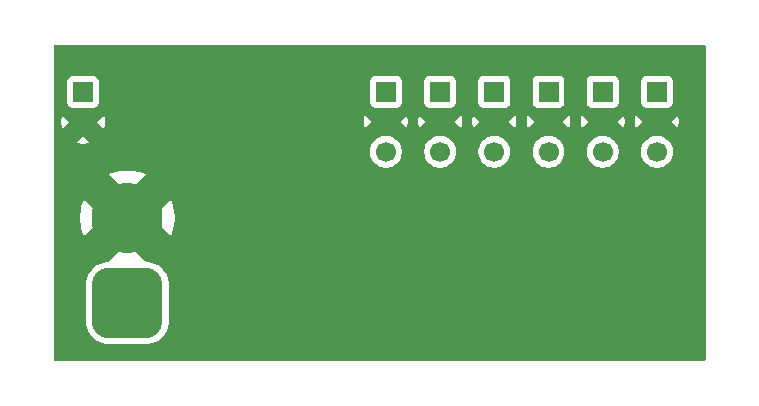
<source format=gbr>
%TF.GenerationSoftware,KiCad,Pcbnew,9.0.1*%
%TF.CreationDate,2025-04-11T16:24:36+02:00*%
%TF.ProjectId,Alimentation_DC_DC,416c696d-656e-4746-9174-696f6e5f4443,rev?*%
%TF.SameCoordinates,Original*%
%TF.FileFunction,Copper,L2,Bot*%
%TF.FilePolarity,Positive*%
%FSLAX46Y46*%
G04 Gerber Fmt 4.6, Leading zero omitted, Abs format (unit mm)*
G04 Created by KiCad (PCBNEW 9.0.1) date 2025-04-11 16:24:36*
%MOMM*%
%LPD*%
G01*
G04 APERTURE LIST*
G04 Aperture macros list*
%AMRoundRect*
0 Rectangle with rounded corners*
0 $1 Rounding radius*
0 $2 $3 $4 $5 $6 $7 $8 $9 X,Y pos of 4 corners*
0 Add a 4 corners polygon primitive as box body*
4,1,4,$2,$3,$4,$5,$6,$7,$8,$9,$2,$3,0*
0 Add four circle primitives for the rounded corners*
1,1,$1+$1,$2,$3*
1,1,$1+$1,$4,$5*
1,1,$1+$1,$6,$7*
1,1,$1+$1,$8,$9*
0 Add four rect primitives between the rounded corners*
20,1,$1+$1,$2,$3,$4,$5,0*
20,1,$1+$1,$4,$5,$6,$7,0*
20,1,$1+$1,$6,$7,$8,$9,0*
20,1,$1+$1,$8,$9,$2,$3,0*%
G04 Aperture macros list end*
%TA.AperFunction,ComponentPad*%
%ADD10R,1.700000X1.700000*%
%TD*%
%TA.AperFunction,ComponentPad*%
%ADD11C,1.700000*%
%TD*%
%TA.AperFunction,ComponentPad*%
%ADD12RoundRect,1.500000X1.500000X-1.500000X1.500000X1.500000X-1.500000X1.500000X-1.500000X-1.500000X0*%
%TD*%
%TA.AperFunction,ComponentPad*%
%ADD13C,6.000000*%
%TD*%
G04 APERTURE END LIST*
D10*
%TO.P,J8,1,Pin_1*%
%TO.N,Net-(J1-Pin_1)*%
X133750000Y-66975000D03*
D11*
%TO.P,J8,2,Pin_2*%
%TO.N,GND*%
X133750000Y-69515000D03*
%TD*%
D10*
%TO.P,J7,1,Pin_1*%
%TO.N,Net-(J2-Pin_1)*%
X182340000Y-66960000D03*
D11*
%TO.P,J7,2,Pin_2*%
%TO.N,GND*%
X182340000Y-69500000D03*
%TO.P,J7,3,Pin_3*%
%TO.N,Net-(J2-Pin_1)*%
X182340000Y-72040000D03*
%TD*%
D10*
%TO.P,J6,1,Pin_1*%
%TO.N,Net-(J2-Pin_1)*%
X177750000Y-66960000D03*
D11*
%TO.P,J6,2,Pin_2*%
%TO.N,GND*%
X177750000Y-69500000D03*
%TO.P,J6,3,Pin_3*%
%TO.N,Net-(J2-Pin_1)*%
X177750000Y-72040000D03*
%TD*%
D10*
%TO.P,J5,1,Pin_1*%
%TO.N,Net-(J2-Pin_1)*%
X173160000Y-66960000D03*
D11*
%TO.P,J5,2,Pin_2*%
%TO.N,GND*%
X173160000Y-69500000D03*
%TO.P,J5,3,Pin_3*%
%TO.N,Net-(J2-Pin_1)*%
X173160000Y-72040000D03*
%TD*%
D10*
%TO.P,J4,1,Pin_1*%
%TO.N,Net-(J2-Pin_1)*%
X168570000Y-66960000D03*
D11*
%TO.P,J4,2,Pin_2*%
%TO.N,GND*%
X168570000Y-69500000D03*
%TO.P,J4,3,Pin_3*%
%TO.N,Net-(J2-Pin_1)*%
X168570000Y-72040000D03*
%TD*%
D10*
%TO.P,J3,1,Pin_1*%
%TO.N,Net-(J2-Pin_1)*%
X163980000Y-66960000D03*
D11*
%TO.P,J3,2,Pin_2*%
%TO.N,GND*%
X163980000Y-69500000D03*
%TO.P,J3,3,Pin_3*%
%TO.N,Net-(J2-Pin_1)*%
X163980000Y-72040000D03*
%TD*%
D10*
%TO.P,J2,1,Pin_1*%
%TO.N,Net-(J2-Pin_1)*%
X159390000Y-66960000D03*
D11*
%TO.P,J2,2,Pin_2*%
%TO.N,GND*%
X159390000Y-69500000D03*
%TO.P,J2,3,Pin_3*%
%TO.N,Net-(J2-Pin_1)*%
X159390000Y-72040000D03*
%TD*%
D12*
%TO.P,J1,1,Pin_1*%
%TO.N,Net-(J1-Pin_1)*%
X137500000Y-84850000D03*
D13*
%TO.P,J1,2,Pin_2*%
%TO.N,GND*%
X137500000Y-77650000D03*
%TD*%
%TA.AperFunction,Conductor*%
%TO.N,GND*%
G36*
X186386843Y-63020207D02*
G01*
X186456084Y-63075426D01*
X186494511Y-63155218D01*
X186499500Y-63199500D01*
X186499500Y-89550500D01*
X186479793Y-89636843D01*
X186424574Y-89706084D01*
X186344782Y-89744511D01*
X186300500Y-89749500D01*
X131449500Y-89749500D01*
X131363157Y-89729793D01*
X131293916Y-89674574D01*
X131255489Y-89594782D01*
X131250500Y-89550500D01*
X131250500Y-77453486D01*
X133500000Y-77453486D01*
X133500000Y-77846513D01*
X133538522Y-78237631D01*
X133615194Y-78623083D01*
X133615198Y-78623099D01*
X133729282Y-78999185D01*
X133729287Y-78999198D01*
X133817212Y-79211467D01*
X135250000Y-77778679D01*
X135250000Y-77797473D01*
X135288498Y-78089895D01*
X135364835Y-78374791D01*
X135477706Y-78647285D01*
X135625179Y-78902715D01*
X135804731Y-79136711D01*
X136013289Y-79345269D01*
X136247285Y-79524821D01*
X136502715Y-79672294D01*
X136775209Y-79785165D01*
X137060105Y-79861502D01*
X137352527Y-79900000D01*
X137371320Y-79900000D01*
X135973783Y-81297534D01*
X135898794Y-81344653D01*
X135847266Y-81355313D01*
X135714572Y-81364803D01*
X135434951Y-81425631D01*
X135166838Y-81525633D01*
X134915688Y-81662771D01*
X134686596Y-81834268D01*
X134484268Y-82036596D01*
X134312771Y-82265688D01*
X134175633Y-82516838D01*
X134075631Y-82784951D01*
X134014803Y-83064572D01*
X133999500Y-83278551D01*
X133999500Y-86421448D01*
X134014803Y-86635427D01*
X134075631Y-86915048D01*
X134175633Y-87183161D01*
X134312771Y-87434311D01*
X134312774Y-87434315D01*
X134484261Y-87663395D01*
X134484265Y-87663399D01*
X134484268Y-87663403D01*
X134686596Y-87865731D01*
X134686599Y-87865733D01*
X134686605Y-87865739D01*
X134915685Y-88037226D01*
X134915688Y-88037228D01*
X135027088Y-88098057D01*
X135166839Y-88174367D01*
X135434954Y-88274369D01*
X135714572Y-88335196D01*
X135928552Y-88350500D01*
X135928564Y-88350500D01*
X139071436Y-88350500D01*
X139071448Y-88350500D01*
X139285428Y-88335196D01*
X139565046Y-88274369D01*
X139833161Y-88174367D01*
X140084315Y-88037226D01*
X140313395Y-87865739D01*
X140515739Y-87663395D01*
X140687226Y-87434315D01*
X140824367Y-87183161D01*
X140924369Y-86915046D01*
X140985196Y-86635428D01*
X141000500Y-86421448D01*
X141000500Y-83278552D01*
X140985196Y-83064572D01*
X140924369Y-82784954D01*
X140824367Y-82516839D01*
X140687226Y-82265685D01*
X140515739Y-82036605D01*
X140515733Y-82036599D01*
X140515731Y-82036596D01*
X140313403Y-81834268D01*
X140313399Y-81834265D01*
X140313395Y-81834261D01*
X140084315Y-81662774D01*
X140084311Y-81662771D01*
X139833161Y-81525633D01*
X139565048Y-81425631D01*
X139285427Y-81364803D01*
X139152731Y-81355313D01*
X139068014Y-81329496D01*
X139026214Y-81297534D01*
X137628681Y-79900000D01*
X137647473Y-79900000D01*
X137939895Y-79861502D01*
X138224791Y-79785165D01*
X138497285Y-79672294D01*
X138752715Y-79524821D01*
X138986711Y-79345269D01*
X139195269Y-79136711D01*
X139374821Y-78902715D01*
X139522294Y-78647285D01*
X139635165Y-78374791D01*
X139711502Y-78089895D01*
X139750000Y-77797473D01*
X139750000Y-77778680D01*
X141182786Y-79211466D01*
X141270720Y-78999178D01*
X141270723Y-78999169D01*
X141384800Y-78623105D01*
X141384805Y-78623083D01*
X141461477Y-78237631D01*
X141499999Y-77846513D01*
X141500000Y-77846505D01*
X141500000Y-77453494D01*
X141499999Y-77453486D01*
X141461477Y-77062368D01*
X141384805Y-76676916D01*
X141384801Y-76676900D01*
X141270718Y-76300816D01*
X141182787Y-76088531D01*
X139750000Y-77521318D01*
X139750000Y-77502527D01*
X139711502Y-77210105D01*
X139635165Y-76925209D01*
X139522294Y-76652715D01*
X139374821Y-76397285D01*
X139195269Y-76163289D01*
X138986711Y-75954731D01*
X138752715Y-75775179D01*
X138497285Y-75627706D01*
X138224791Y-75514835D01*
X137939895Y-75438498D01*
X137647473Y-75400000D01*
X137628681Y-75400000D01*
X139061467Y-73967212D01*
X139061467Y-73967211D01*
X138849198Y-73879287D01*
X138849185Y-73879282D01*
X138473099Y-73765198D01*
X138473083Y-73765194D01*
X138087631Y-73688522D01*
X137696513Y-73650000D01*
X137303486Y-73650000D01*
X136912368Y-73688522D01*
X136526916Y-73765194D01*
X136526900Y-73765198D01*
X136150811Y-73879283D01*
X135938531Y-73967212D01*
X137371320Y-75400000D01*
X137352527Y-75400000D01*
X137060105Y-75438498D01*
X136775209Y-75514835D01*
X136502715Y-75627706D01*
X136247285Y-75775179D01*
X136013289Y-75954731D01*
X135804731Y-76163289D01*
X135625179Y-76397285D01*
X135477706Y-76652715D01*
X135364835Y-76925209D01*
X135288498Y-77210105D01*
X135250000Y-77502527D01*
X135250000Y-77521319D01*
X133817212Y-76088531D01*
X133729283Y-76300811D01*
X133615198Y-76676900D01*
X133615194Y-76676916D01*
X133538522Y-77062368D01*
X133500000Y-77453486D01*
X131250500Y-77453486D01*
X131250500Y-71933713D01*
X158039500Y-71933713D01*
X158039500Y-72146286D01*
X158072752Y-72356234D01*
X158072756Y-72356251D01*
X158138441Y-72558407D01*
X158138445Y-72558418D01*
X158231590Y-72741223D01*
X158234949Y-72747816D01*
X158300523Y-72838071D01*
X158359893Y-72919789D01*
X158510210Y-73070106D01*
X158564688Y-73109685D01*
X158682184Y-73195051D01*
X158773589Y-73241624D01*
X158871581Y-73291554D01*
X158871584Y-73291555D01*
X158871588Y-73291557D01*
X159073757Y-73357246D01*
X159283713Y-73390500D01*
X159496287Y-73390500D01*
X159706243Y-73357246D01*
X159908412Y-73291557D01*
X160097816Y-73195051D01*
X160269792Y-73070104D01*
X160420104Y-72919792D01*
X160545051Y-72747816D01*
X160641557Y-72558412D01*
X160707246Y-72356243D01*
X160740500Y-72146287D01*
X160740500Y-71933713D01*
X162629500Y-71933713D01*
X162629500Y-72146286D01*
X162662752Y-72356234D01*
X162662756Y-72356251D01*
X162728441Y-72558407D01*
X162728445Y-72558418D01*
X162821590Y-72741223D01*
X162824949Y-72747816D01*
X162890523Y-72838071D01*
X162949893Y-72919789D01*
X163100210Y-73070106D01*
X163154688Y-73109685D01*
X163272184Y-73195051D01*
X163363589Y-73241624D01*
X163461581Y-73291554D01*
X163461584Y-73291555D01*
X163461588Y-73291557D01*
X163663757Y-73357246D01*
X163873713Y-73390500D01*
X164086287Y-73390500D01*
X164296243Y-73357246D01*
X164498412Y-73291557D01*
X164687816Y-73195051D01*
X164859792Y-73070104D01*
X165010104Y-72919792D01*
X165135051Y-72747816D01*
X165231557Y-72558412D01*
X165297246Y-72356243D01*
X165330500Y-72146287D01*
X165330500Y-71933713D01*
X167219500Y-71933713D01*
X167219500Y-72146286D01*
X167252752Y-72356234D01*
X167252756Y-72356251D01*
X167318441Y-72558407D01*
X167318445Y-72558418D01*
X167411590Y-72741223D01*
X167414949Y-72747816D01*
X167480523Y-72838071D01*
X167539893Y-72919789D01*
X167690210Y-73070106D01*
X167744688Y-73109685D01*
X167862184Y-73195051D01*
X167953589Y-73241624D01*
X168051581Y-73291554D01*
X168051584Y-73291555D01*
X168051588Y-73291557D01*
X168253757Y-73357246D01*
X168463713Y-73390500D01*
X168676287Y-73390500D01*
X168886243Y-73357246D01*
X169088412Y-73291557D01*
X169277816Y-73195051D01*
X169449792Y-73070104D01*
X169600104Y-72919792D01*
X169725051Y-72747816D01*
X169821557Y-72558412D01*
X169887246Y-72356243D01*
X169920500Y-72146287D01*
X169920500Y-71933713D01*
X171809500Y-71933713D01*
X171809500Y-72146286D01*
X171842752Y-72356234D01*
X171842756Y-72356251D01*
X171908441Y-72558407D01*
X171908445Y-72558418D01*
X172001590Y-72741223D01*
X172004949Y-72747816D01*
X172070523Y-72838071D01*
X172129893Y-72919789D01*
X172280210Y-73070106D01*
X172334688Y-73109685D01*
X172452184Y-73195051D01*
X172543589Y-73241624D01*
X172641581Y-73291554D01*
X172641584Y-73291555D01*
X172641588Y-73291557D01*
X172843757Y-73357246D01*
X173053713Y-73390500D01*
X173266287Y-73390500D01*
X173476243Y-73357246D01*
X173678412Y-73291557D01*
X173867816Y-73195051D01*
X174039792Y-73070104D01*
X174190104Y-72919792D01*
X174315051Y-72747816D01*
X174411557Y-72558412D01*
X174477246Y-72356243D01*
X174510500Y-72146287D01*
X174510500Y-71933713D01*
X176399500Y-71933713D01*
X176399500Y-72146286D01*
X176432752Y-72356234D01*
X176432756Y-72356251D01*
X176498441Y-72558407D01*
X176498445Y-72558418D01*
X176591590Y-72741223D01*
X176594949Y-72747816D01*
X176660523Y-72838071D01*
X176719893Y-72919789D01*
X176870210Y-73070106D01*
X176924688Y-73109685D01*
X177042184Y-73195051D01*
X177133589Y-73241624D01*
X177231581Y-73291554D01*
X177231584Y-73291555D01*
X177231588Y-73291557D01*
X177433757Y-73357246D01*
X177643713Y-73390500D01*
X177856287Y-73390500D01*
X178066243Y-73357246D01*
X178268412Y-73291557D01*
X178457816Y-73195051D01*
X178629792Y-73070104D01*
X178780104Y-72919792D01*
X178905051Y-72747816D01*
X179001557Y-72558412D01*
X179067246Y-72356243D01*
X179100500Y-72146287D01*
X179100500Y-71933713D01*
X180989500Y-71933713D01*
X180989500Y-72146286D01*
X181022752Y-72356234D01*
X181022756Y-72356251D01*
X181088441Y-72558407D01*
X181088445Y-72558418D01*
X181181590Y-72741223D01*
X181184949Y-72747816D01*
X181250523Y-72838071D01*
X181309893Y-72919789D01*
X181460210Y-73070106D01*
X181514688Y-73109685D01*
X181632184Y-73195051D01*
X181723589Y-73241624D01*
X181821581Y-73291554D01*
X181821584Y-73291555D01*
X181821588Y-73291557D01*
X182023757Y-73357246D01*
X182233713Y-73390500D01*
X182446287Y-73390500D01*
X182656243Y-73357246D01*
X182858412Y-73291557D01*
X183047816Y-73195051D01*
X183219792Y-73070104D01*
X183370104Y-72919792D01*
X183495051Y-72747816D01*
X183591557Y-72558412D01*
X183657246Y-72356243D01*
X183690500Y-72146287D01*
X183690500Y-71933713D01*
X183657246Y-71723757D01*
X183591557Y-71521588D01*
X183591555Y-71521584D01*
X183591554Y-71521581D01*
X183541624Y-71423589D01*
X183495051Y-71332184D01*
X183409685Y-71214688D01*
X183370106Y-71160210D01*
X183219789Y-71009893D01*
X183138071Y-70950523D01*
X183047816Y-70884949D01*
X183041223Y-70881590D01*
X182858418Y-70788445D01*
X182858407Y-70788441D01*
X182656251Y-70722756D01*
X182656234Y-70722752D01*
X182446287Y-70689500D01*
X182233713Y-70689500D01*
X182023765Y-70722752D01*
X182023748Y-70722756D01*
X181821592Y-70788441D01*
X181821581Y-70788445D01*
X181632187Y-70884947D01*
X181460210Y-71009893D01*
X181309893Y-71160210D01*
X181184947Y-71332187D01*
X181088445Y-71521581D01*
X181088441Y-71521592D01*
X181022756Y-71723748D01*
X181022752Y-71723765D01*
X180989500Y-71933713D01*
X179100500Y-71933713D01*
X179067246Y-71723757D01*
X179001557Y-71521588D01*
X179001555Y-71521584D01*
X179001554Y-71521581D01*
X178951624Y-71423589D01*
X178905051Y-71332184D01*
X178819685Y-71214688D01*
X178780106Y-71160210D01*
X178629789Y-71009893D01*
X178548071Y-70950523D01*
X178457816Y-70884949D01*
X178451223Y-70881590D01*
X178268418Y-70788445D01*
X178268407Y-70788441D01*
X178066251Y-70722756D01*
X178066234Y-70722752D01*
X177856287Y-70689500D01*
X177643713Y-70689500D01*
X177433765Y-70722752D01*
X177433748Y-70722756D01*
X177231592Y-70788441D01*
X177231581Y-70788445D01*
X177042187Y-70884947D01*
X176870210Y-71009893D01*
X176719893Y-71160210D01*
X176594947Y-71332187D01*
X176498445Y-71521581D01*
X176498441Y-71521592D01*
X176432756Y-71723748D01*
X176432752Y-71723765D01*
X176399500Y-71933713D01*
X174510500Y-71933713D01*
X174477246Y-71723757D01*
X174411557Y-71521588D01*
X174411555Y-71521584D01*
X174411554Y-71521581D01*
X174361624Y-71423589D01*
X174315051Y-71332184D01*
X174229685Y-71214688D01*
X174190106Y-71160210D01*
X174039789Y-71009893D01*
X173958071Y-70950523D01*
X173867816Y-70884949D01*
X173861223Y-70881590D01*
X173678418Y-70788445D01*
X173678407Y-70788441D01*
X173476251Y-70722756D01*
X173476234Y-70722752D01*
X173266287Y-70689500D01*
X173053713Y-70689500D01*
X172843765Y-70722752D01*
X172843748Y-70722756D01*
X172641592Y-70788441D01*
X172641581Y-70788445D01*
X172452187Y-70884947D01*
X172280210Y-71009893D01*
X172129893Y-71160210D01*
X172004947Y-71332187D01*
X171908445Y-71521581D01*
X171908441Y-71521592D01*
X171842756Y-71723748D01*
X171842752Y-71723765D01*
X171809500Y-71933713D01*
X169920500Y-71933713D01*
X169887246Y-71723757D01*
X169821557Y-71521588D01*
X169821555Y-71521584D01*
X169821554Y-71521581D01*
X169771624Y-71423589D01*
X169725051Y-71332184D01*
X169639685Y-71214688D01*
X169600106Y-71160210D01*
X169449789Y-71009893D01*
X169368071Y-70950523D01*
X169277816Y-70884949D01*
X169271223Y-70881590D01*
X169088418Y-70788445D01*
X169088407Y-70788441D01*
X168886251Y-70722756D01*
X168886234Y-70722752D01*
X168676287Y-70689500D01*
X168463713Y-70689500D01*
X168253765Y-70722752D01*
X168253748Y-70722756D01*
X168051592Y-70788441D01*
X168051581Y-70788445D01*
X167862187Y-70884947D01*
X167690210Y-71009893D01*
X167539893Y-71160210D01*
X167414947Y-71332187D01*
X167318445Y-71521581D01*
X167318441Y-71521592D01*
X167252756Y-71723748D01*
X167252752Y-71723765D01*
X167219500Y-71933713D01*
X165330500Y-71933713D01*
X165297246Y-71723757D01*
X165231557Y-71521588D01*
X165231555Y-71521584D01*
X165231554Y-71521581D01*
X165181624Y-71423589D01*
X165135051Y-71332184D01*
X165049685Y-71214688D01*
X165010106Y-71160210D01*
X164859789Y-71009893D01*
X164778071Y-70950523D01*
X164687816Y-70884949D01*
X164681223Y-70881590D01*
X164498418Y-70788445D01*
X164498407Y-70788441D01*
X164296251Y-70722756D01*
X164296234Y-70722752D01*
X164086287Y-70689500D01*
X163873713Y-70689500D01*
X163663765Y-70722752D01*
X163663748Y-70722756D01*
X163461592Y-70788441D01*
X163461581Y-70788445D01*
X163272187Y-70884947D01*
X163100210Y-71009893D01*
X162949893Y-71160210D01*
X162824947Y-71332187D01*
X162728445Y-71521581D01*
X162728441Y-71521592D01*
X162662756Y-71723748D01*
X162662752Y-71723765D01*
X162629500Y-71933713D01*
X160740500Y-71933713D01*
X160707246Y-71723757D01*
X160641557Y-71521588D01*
X160641555Y-71521584D01*
X160641554Y-71521581D01*
X160591624Y-71423589D01*
X160545051Y-71332184D01*
X160459685Y-71214688D01*
X160420106Y-71160210D01*
X160269789Y-71009893D01*
X160188071Y-70950523D01*
X160097816Y-70884949D01*
X160091223Y-70881590D01*
X159908418Y-70788445D01*
X159908407Y-70788441D01*
X159706251Y-70722756D01*
X159706234Y-70722752D01*
X159496287Y-70689500D01*
X159283713Y-70689500D01*
X159073765Y-70722752D01*
X159073748Y-70722756D01*
X158871592Y-70788441D01*
X158871581Y-70788445D01*
X158682187Y-70884947D01*
X158510210Y-71009893D01*
X158359893Y-71160210D01*
X158234947Y-71332187D01*
X158138445Y-71521581D01*
X158138441Y-71521592D01*
X158072756Y-71723748D01*
X158072752Y-71723765D01*
X158039500Y-71933713D01*
X131250500Y-71933713D01*
X131250500Y-71279546D01*
X133187533Y-71279546D01*
X133388311Y-71333346D01*
X133388315Y-71333347D01*
X133628737Y-71364999D01*
X133628743Y-71365000D01*
X133871257Y-71365000D01*
X133871262Y-71364999D01*
X134111684Y-71333347D01*
X134111688Y-71333346D01*
X134312465Y-71279547D01*
X134312465Y-71279546D01*
X133750001Y-70717081D01*
X133750000Y-70717081D01*
X133187533Y-71279546D01*
X131250500Y-71279546D01*
X131250500Y-69393737D01*
X131900000Y-69393737D01*
X131900000Y-69636262D01*
X131931652Y-69876684D01*
X131931653Y-69876689D01*
X131985452Y-70077466D01*
X132547918Y-69515001D01*
X132547918Y-69514999D01*
X132482093Y-69449174D01*
X133250000Y-69449174D01*
X133250000Y-69580826D01*
X133284075Y-69707993D01*
X133349901Y-69822007D01*
X133442993Y-69915099D01*
X133557007Y-69980925D01*
X133684174Y-70015000D01*
X133815826Y-70015000D01*
X133942993Y-69980925D01*
X134057007Y-69915099D01*
X134150099Y-69822007D01*
X134215925Y-69707993D01*
X134250000Y-69580826D01*
X134250000Y-69514999D01*
X134952081Y-69514999D01*
X134952081Y-69515000D01*
X135514546Y-70077465D01*
X135514547Y-70077465D01*
X135568346Y-69876688D01*
X135568347Y-69876684D01*
X135599999Y-69636262D01*
X135600000Y-69636257D01*
X135600000Y-69393742D01*
X135599999Y-69393735D01*
X135598024Y-69378737D01*
X157540000Y-69378737D01*
X157540000Y-69621262D01*
X157571652Y-69861684D01*
X157571653Y-69861689D01*
X157625452Y-70062466D01*
X158187918Y-69500001D01*
X158187918Y-69499999D01*
X158122093Y-69434174D01*
X158890000Y-69434174D01*
X158890000Y-69565826D01*
X158924075Y-69692993D01*
X158989901Y-69807007D01*
X159082993Y-69900099D01*
X159197007Y-69965925D01*
X159324174Y-70000000D01*
X159455826Y-70000000D01*
X159582993Y-69965925D01*
X159697007Y-69900099D01*
X159790099Y-69807007D01*
X159855925Y-69692993D01*
X159890000Y-69565826D01*
X159890000Y-69499999D01*
X160592081Y-69499999D01*
X160592081Y-69500000D01*
X161154546Y-70062465D01*
X161154547Y-70062465D01*
X161208346Y-69861688D01*
X161208347Y-69861684D01*
X161239999Y-69621262D01*
X161240000Y-69621257D01*
X161240000Y-69378742D01*
X161239999Y-69378737D01*
X162130000Y-69378737D01*
X162130000Y-69621262D01*
X162161652Y-69861684D01*
X162161653Y-69861689D01*
X162215452Y-70062466D01*
X162777918Y-69500001D01*
X162777918Y-69499999D01*
X162712093Y-69434174D01*
X163480000Y-69434174D01*
X163480000Y-69565826D01*
X163514075Y-69692993D01*
X163579901Y-69807007D01*
X163672993Y-69900099D01*
X163787007Y-69965925D01*
X163914174Y-70000000D01*
X164045826Y-70000000D01*
X164172993Y-69965925D01*
X164287007Y-69900099D01*
X164380099Y-69807007D01*
X164445925Y-69692993D01*
X164480000Y-69565826D01*
X164480000Y-69499999D01*
X165182081Y-69499999D01*
X165182081Y-69500000D01*
X165744546Y-70062465D01*
X165744547Y-70062465D01*
X165798346Y-69861688D01*
X165798347Y-69861684D01*
X165829999Y-69621262D01*
X165830000Y-69621257D01*
X165830000Y-69378742D01*
X165829999Y-69378737D01*
X166720000Y-69378737D01*
X166720000Y-69621262D01*
X166751652Y-69861684D01*
X166751653Y-69861689D01*
X166805452Y-70062466D01*
X167367918Y-69500001D01*
X167367918Y-69499999D01*
X167302093Y-69434174D01*
X168070000Y-69434174D01*
X168070000Y-69565826D01*
X168104075Y-69692993D01*
X168169901Y-69807007D01*
X168262993Y-69900099D01*
X168377007Y-69965925D01*
X168504174Y-70000000D01*
X168635826Y-70000000D01*
X168762993Y-69965925D01*
X168877007Y-69900099D01*
X168970099Y-69807007D01*
X169035925Y-69692993D01*
X169070000Y-69565826D01*
X169070000Y-69499999D01*
X169772081Y-69499999D01*
X169772081Y-69500000D01*
X170334546Y-70062465D01*
X170334547Y-70062465D01*
X170388346Y-69861688D01*
X170388347Y-69861684D01*
X170419999Y-69621262D01*
X170420000Y-69621257D01*
X170420000Y-69378742D01*
X170419999Y-69378737D01*
X171310000Y-69378737D01*
X171310000Y-69621262D01*
X171341652Y-69861684D01*
X171341653Y-69861689D01*
X171395452Y-70062466D01*
X171957918Y-69500001D01*
X171957918Y-69499999D01*
X171892093Y-69434174D01*
X172660000Y-69434174D01*
X172660000Y-69565826D01*
X172694075Y-69692993D01*
X172759901Y-69807007D01*
X172852993Y-69900099D01*
X172967007Y-69965925D01*
X173094174Y-70000000D01*
X173225826Y-70000000D01*
X173352993Y-69965925D01*
X173467007Y-69900099D01*
X173560099Y-69807007D01*
X173625925Y-69692993D01*
X173660000Y-69565826D01*
X173660000Y-69499999D01*
X174362081Y-69499999D01*
X174362081Y-69500000D01*
X174924546Y-70062465D01*
X174924547Y-70062465D01*
X174978346Y-69861688D01*
X174978347Y-69861684D01*
X175009999Y-69621262D01*
X175010000Y-69621257D01*
X175010000Y-69378742D01*
X175009999Y-69378737D01*
X175900000Y-69378737D01*
X175900000Y-69621262D01*
X175931652Y-69861684D01*
X175931653Y-69861689D01*
X175985452Y-70062466D01*
X176547918Y-69500001D01*
X176547918Y-69499999D01*
X176482093Y-69434174D01*
X177250000Y-69434174D01*
X177250000Y-69565826D01*
X177284075Y-69692993D01*
X177349901Y-69807007D01*
X177442993Y-69900099D01*
X177557007Y-69965925D01*
X177684174Y-70000000D01*
X177815826Y-70000000D01*
X177942993Y-69965925D01*
X178057007Y-69900099D01*
X178150099Y-69807007D01*
X178215925Y-69692993D01*
X178250000Y-69565826D01*
X178250000Y-69499999D01*
X178952081Y-69499999D01*
X178952081Y-69500000D01*
X179514546Y-70062465D01*
X179514547Y-70062465D01*
X179568346Y-69861688D01*
X179568347Y-69861684D01*
X179599999Y-69621262D01*
X179600000Y-69621257D01*
X179600000Y-69378742D01*
X179599999Y-69378737D01*
X180490000Y-69378737D01*
X180490000Y-69621262D01*
X180521652Y-69861684D01*
X180521653Y-69861689D01*
X180575452Y-70062466D01*
X181137918Y-69500001D01*
X181137918Y-69499999D01*
X181072093Y-69434174D01*
X181840000Y-69434174D01*
X181840000Y-69565826D01*
X181874075Y-69692993D01*
X181939901Y-69807007D01*
X182032993Y-69900099D01*
X182147007Y-69965925D01*
X182274174Y-70000000D01*
X182405826Y-70000000D01*
X182532993Y-69965925D01*
X182647007Y-69900099D01*
X182740099Y-69807007D01*
X182805925Y-69692993D01*
X182840000Y-69565826D01*
X182840000Y-69499999D01*
X183542081Y-69499999D01*
X183542081Y-69500000D01*
X184104546Y-70062465D01*
X184104547Y-70062465D01*
X184158346Y-69861688D01*
X184158347Y-69861684D01*
X184189999Y-69621262D01*
X184190000Y-69621257D01*
X184190000Y-69378742D01*
X184189999Y-69378737D01*
X184158347Y-69138315D01*
X184158346Y-69138311D01*
X184104546Y-68937533D01*
X183542081Y-69499999D01*
X182840000Y-69499999D01*
X182840000Y-69434174D01*
X182805925Y-69307007D01*
X182740099Y-69192993D01*
X182647007Y-69099901D01*
X182532993Y-69034075D01*
X182405826Y-69000000D01*
X182274174Y-69000000D01*
X182147007Y-69034075D01*
X182032993Y-69099901D01*
X181939901Y-69192993D01*
X181874075Y-69307007D01*
X181840000Y-69434174D01*
X181072093Y-69434174D01*
X180575452Y-68937532D01*
X180575451Y-68937532D01*
X180521654Y-69138306D01*
X180521652Y-69138315D01*
X180490000Y-69378737D01*
X179599999Y-69378737D01*
X179568347Y-69138315D01*
X179568346Y-69138311D01*
X179514546Y-68937533D01*
X178952081Y-69499999D01*
X178250000Y-69499999D01*
X178250000Y-69434174D01*
X178215925Y-69307007D01*
X178150099Y-69192993D01*
X178057007Y-69099901D01*
X177942993Y-69034075D01*
X177815826Y-69000000D01*
X177684174Y-69000000D01*
X177557007Y-69034075D01*
X177442993Y-69099901D01*
X177349901Y-69192993D01*
X177284075Y-69307007D01*
X177250000Y-69434174D01*
X176482093Y-69434174D01*
X175985452Y-68937532D01*
X175985451Y-68937532D01*
X175931654Y-69138306D01*
X175931652Y-69138315D01*
X175900000Y-69378737D01*
X175009999Y-69378737D01*
X174978347Y-69138315D01*
X174978346Y-69138311D01*
X174924546Y-68937533D01*
X174362081Y-69499999D01*
X173660000Y-69499999D01*
X173660000Y-69434174D01*
X173625925Y-69307007D01*
X173560099Y-69192993D01*
X173467007Y-69099901D01*
X173352993Y-69034075D01*
X173225826Y-69000000D01*
X173094174Y-69000000D01*
X172967007Y-69034075D01*
X172852993Y-69099901D01*
X172759901Y-69192993D01*
X172694075Y-69307007D01*
X172660000Y-69434174D01*
X171892093Y-69434174D01*
X171395451Y-68937532D01*
X171341654Y-69138306D01*
X171341652Y-69138315D01*
X171310000Y-69378737D01*
X170419999Y-69378737D01*
X170388347Y-69138315D01*
X170388346Y-69138311D01*
X170334546Y-68937533D01*
X169772081Y-69499999D01*
X169070000Y-69499999D01*
X169070000Y-69434174D01*
X169035925Y-69307007D01*
X168970099Y-69192993D01*
X168877007Y-69099901D01*
X168762993Y-69034075D01*
X168635826Y-69000000D01*
X168504174Y-69000000D01*
X168377007Y-69034075D01*
X168262993Y-69099901D01*
X168169901Y-69192993D01*
X168104075Y-69307007D01*
X168070000Y-69434174D01*
X167302093Y-69434174D01*
X166805451Y-68937532D01*
X166751654Y-69138306D01*
X166751652Y-69138315D01*
X166720000Y-69378737D01*
X165829999Y-69378737D01*
X165798347Y-69138315D01*
X165798346Y-69138311D01*
X165744546Y-68937533D01*
X165182081Y-69499999D01*
X164480000Y-69499999D01*
X164480000Y-69434174D01*
X164445925Y-69307007D01*
X164380099Y-69192993D01*
X164287007Y-69099901D01*
X164172993Y-69034075D01*
X164045826Y-69000000D01*
X163914174Y-69000000D01*
X163787007Y-69034075D01*
X163672993Y-69099901D01*
X163579901Y-69192993D01*
X163514075Y-69307007D01*
X163480000Y-69434174D01*
X162712093Y-69434174D01*
X162215452Y-68937532D01*
X162215451Y-68937532D01*
X162161654Y-69138306D01*
X162161652Y-69138315D01*
X162130000Y-69378737D01*
X161239999Y-69378737D01*
X161208347Y-69138315D01*
X161208346Y-69138311D01*
X161154546Y-68937533D01*
X160592081Y-69499999D01*
X159890000Y-69499999D01*
X159890000Y-69434174D01*
X159855925Y-69307007D01*
X159790099Y-69192993D01*
X159697007Y-69099901D01*
X159582993Y-69034075D01*
X159455826Y-69000000D01*
X159324174Y-69000000D01*
X159197007Y-69034075D01*
X159082993Y-69099901D01*
X158989901Y-69192993D01*
X158924075Y-69307007D01*
X158890000Y-69434174D01*
X158122093Y-69434174D01*
X157625451Y-68937532D01*
X157571654Y-69138306D01*
X157571652Y-69138315D01*
X157540000Y-69378737D01*
X135598024Y-69378737D01*
X135568347Y-69153315D01*
X135568346Y-69153311D01*
X135514546Y-68952533D01*
X134952081Y-69514999D01*
X134250000Y-69514999D01*
X134250000Y-69449174D01*
X134215925Y-69322007D01*
X134150099Y-69207993D01*
X134057007Y-69114901D01*
X133942993Y-69049075D01*
X133815826Y-69015000D01*
X133684174Y-69015000D01*
X133557007Y-69049075D01*
X133442993Y-69114901D01*
X133349901Y-69207993D01*
X133284075Y-69322007D01*
X133250000Y-69449174D01*
X132482093Y-69449174D01*
X131985451Y-68952532D01*
X131931654Y-69153306D01*
X131931652Y-69153315D01*
X131900000Y-69393737D01*
X131250500Y-69393737D01*
X131250500Y-66077127D01*
X132399500Y-66077127D01*
X132399500Y-66077128D01*
X132399500Y-66077132D01*
X132399500Y-67872876D01*
X132405908Y-67932481D01*
X132456203Y-68067329D01*
X132456207Y-68067335D01*
X132542453Y-68182546D01*
X132628219Y-68246750D01*
X132657669Y-68268796D01*
X132792517Y-68319091D01*
X132852127Y-68325500D01*
X134647872Y-68325499D01*
X134647876Y-68325499D01*
X134687612Y-68321227D01*
X134707483Y-68319091D01*
X134842331Y-68268796D01*
X134957546Y-68182546D01*
X135043796Y-68067331D01*
X135094091Y-67932483D01*
X135100500Y-67872873D01*
X135100499Y-66077128D01*
X135098886Y-66062127D01*
X158039500Y-66062127D01*
X158039500Y-66062128D01*
X158039500Y-66062132D01*
X158039500Y-67857876D01*
X158045908Y-67917481D01*
X158096203Y-68052329D01*
X158096207Y-68052335D01*
X158182453Y-68167546D01*
X158202491Y-68182546D01*
X158297669Y-68253796D01*
X158432517Y-68304091D01*
X158492127Y-68310500D01*
X160287872Y-68310499D01*
X160287876Y-68310499D01*
X160327612Y-68306227D01*
X160347483Y-68304091D01*
X160482331Y-68253796D01*
X160597546Y-68167546D01*
X160683796Y-68052331D01*
X160734091Y-67917483D01*
X160740500Y-67857873D01*
X160740499Y-66062128D01*
X160740499Y-66062127D01*
X162629500Y-66062127D01*
X162629500Y-66062128D01*
X162629500Y-66062132D01*
X162629500Y-67857876D01*
X162635908Y-67917481D01*
X162686203Y-68052329D01*
X162686207Y-68052335D01*
X162772453Y-68167546D01*
X162792491Y-68182546D01*
X162887669Y-68253796D01*
X163022517Y-68304091D01*
X163082127Y-68310500D01*
X164877872Y-68310499D01*
X164877876Y-68310499D01*
X164917612Y-68306227D01*
X164937483Y-68304091D01*
X165072331Y-68253796D01*
X165187546Y-68167546D01*
X165273796Y-68052331D01*
X165324091Y-67917483D01*
X165330500Y-67857873D01*
X165330499Y-66062128D01*
X165330499Y-66062127D01*
X167219500Y-66062127D01*
X167219500Y-66062128D01*
X167219500Y-66062132D01*
X167219500Y-67857876D01*
X167225908Y-67917481D01*
X167276203Y-68052329D01*
X167276207Y-68052335D01*
X167362453Y-68167546D01*
X167382491Y-68182546D01*
X167477669Y-68253796D01*
X167612517Y-68304091D01*
X167672127Y-68310500D01*
X169467872Y-68310499D01*
X169467876Y-68310499D01*
X169507612Y-68306227D01*
X169527483Y-68304091D01*
X169662331Y-68253796D01*
X169777546Y-68167546D01*
X169863796Y-68052331D01*
X169914091Y-67917483D01*
X169920500Y-67857873D01*
X169920499Y-66062128D01*
X169920499Y-66062127D01*
X171809500Y-66062127D01*
X171809500Y-66062128D01*
X171809500Y-66062132D01*
X171809500Y-67857876D01*
X171815908Y-67917481D01*
X171866203Y-68052329D01*
X171866207Y-68052335D01*
X171952453Y-68167546D01*
X171972491Y-68182546D01*
X172067669Y-68253796D01*
X172202517Y-68304091D01*
X172262127Y-68310500D01*
X174057872Y-68310499D01*
X174057876Y-68310499D01*
X174097612Y-68306227D01*
X174117483Y-68304091D01*
X174252331Y-68253796D01*
X174367546Y-68167546D01*
X174453796Y-68052331D01*
X174504091Y-67917483D01*
X174510500Y-67857873D01*
X174510499Y-66062128D01*
X174510499Y-66062127D01*
X176399500Y-66062127D01*
X176399500Y-66062128D01*
X176399500Y-66062132D01*
X176399500Y-67857876D01*
X176405908Y-67917481D01*
X176456203Y-68052329D01*
X176456207Y-68052335D01*
X176542453Y-68167546D01*
X176562491Y-68182546D01*
X176657669Y-68253796D01*
X176792517Y-68304091D01*
X176852127Y-68310500D01*
X178647872Y-68310499D01*
X178647876Y-68310499D01*
X178687612Y-68306227D01*
X178707483Y-68304091D01*
X178842331Y-68253796D01*
X178957546Y-68167546D01*
X179043796Y-68052331D01*
X179094091Y-67917483D01*
X179100500Y-67857873D01*
X179100499Y-66062128D01*
X179100499Y-66062127D01*
X180989500Y-66062127D01*
X180989500Y-66062128D01*
X180989500Y-66062132D01*
X180989500Y-67857876D01*
X180995908Y-67917481D01*
X181046203Y-68052329D01*
X181046207Y-68052335D01*
X181132453Y-68167546D01*
X181152491Y-68182546D01*
X181247669Y-68253796D01*
X181382517Y-68304091D01*
X181442127Y-68310500D01*
X183237872Y-68310499D01*
X183237876Y-68310499D01*
X183277612Y-68306227D01*
X183297483Y-68304091D01*
X183432331Y-68253796D01*
X183547546Y-68167546D01*
X183633796Y-68052331D01*
X183684091Y-67917483D01*
X183690500Y-67857873D01*
X183690499Y-66062128D01*
X183690499Y-66062127D01*
X183690499Y-66062123D01*
X183684091Y-66002518D01*
X183639391Y-65882669D01*
X183633796Y-65867669D01*
X183611750Y-65838219D01*
X183547546Y-65752453D01*
X183432335Y-65666207D01*
X183432331Y-65666204D01*
X183297483Y-65615909D01*
X183237873Y-65609500D01*
X183237867Y-65609500D01*
X181442123Y-65609500D01*
X181382518Y-65615908D01*
X181247670Y-65666203D01*
X181247664Y-65666207D01*
X181132453Y-65752453D01*
X181046207Y-65867664D01*
X181046204Y-65867669D01*
X180995909Y-66002517D01*
X180989500Y-66062127D01*
X179100499Y-66062127D01*
X179100499Y-66062123D01*
X179094091Y-66002518D01*
X179049391Y-65882669D01*
X179043796Y-65867669D01*
X179021750Y-65838219D01*
X178957546Y-65752453D01*
X178842335Y-65666207D01*
X178842331Y-65666204D01*
X178707483Y-65615909D01*
X178647873Y-65609500D01*
X178647867Y-65609500D01*
X176852123Y-65609500D01*
X176792518Y-65615908D01*
X176657670Y-65666203D01*
X176657664Y-65666207D01*
X176542453Y-65752453D01*
X176456207Y-65867664D01*
X176456204Y-65867669D01*
X176405909Y-66002517D01*
X176399500Y-66062127D01*
X174510499Y-66062127D01*
X174510499Y-66062123D01*
X174504091Y-66002518D01*
X174459391Y-65882669D01*
X174453796Y-65867669D01*
X174431750Y-65838219D01*
X174367546Y-65752453D01*
X174252335Y-65666207D01*
X174252331Y-65666204D01*
X174117483Y-65615909D01*
X174057873Y-65609500D01*
X174057867Y-65609500D01*
X172262123Y-65609500D01*
X172202518Y-65615908D01*
X172067670Y-65666203D01*
X172067664Y-65666207D01*
X171952453Y-65752453D01*
X171866207Y-65867664D01*
X171866204Y-65867669D01*
X171815909Y-66002517D01*
X171809500Y-66062127D01*
X169920499Y-66062127D01*
X169920499Y-66062123D01*
X169914091Y-66002518D01*
X169869391Y-65882669D01*
X169863796Y-65867669D01*
X169841750Y-65838219D01*
X169777546Y-65752453D01*
X169662335Y-65666207D01*
X169662331Y-65666204D01*
X169527483Y-65615909D01*
X169467873Y-65609500D01*
X169467867Y-65609500D01*
X167672123Y-65609500D01*
X167612518Y-65615908D01*
X167477670Y-65666203D01*
X167477664Y-65666207D01*
X167362453Y-65752453D01*
X167276207Y-65867664D01*
X167276204Y-65867669D01*
X167225909Y-66002517D01*
X167219500Y-66062127D01*
X165330499Y-66062127D01*
X165330499Y-66062123D01*
X165324091Y-66002518D01*
X165279391Y-65882669D01*
X165273796Y-65867669D01*
X165251750Y-65838219D01*
X165187546Y-65752453D01*
X165072335Y-65666207D01*
X165072331Y-65666204D01*
X164937483Y-65615909D01*
X164877873Y-65609500D01*
X164877867Y-65609500D01*
X163082123Y-65609500D01*
X163022518Y-65615908D01*
X162887670Y-65666203D01*
X162887664Y-65666207D01*
X162772453Y-65752453D01*
X162686207Y-65867664D01*
X162686204Y-65867669D01*
X162635909Y-66002517D01*
X162629500Y-66062127D01*
X160740499Y-66062127D01*
X160740499Y-66062123D01*
X160734091Y-66002518D01*
X160689391Y-65882669D01*
X160683796Y-65867669D01*
X160661750Y-65838219D01*
X160597546Y-65752453D01*
X160482335Y-65666207D01*
X160482331Y-65666204D01*
X160347483Y-65615909D01*
X160287873Y-65609500D01*
X160287867Y-65609500D01*
X158492123Y-65609500D01*
X158432518Y-65615908D01*
X158297670Y-65666203D01*
X158297664Y-65666207D01*
X158182453Y-65752453D01*
X158096207Y-65867664D01*
X158096204Y-65867669D01*
X158045909Y-66002517D01*
X158039500Y-66062127D01*
X135098886Y-66062127D01*
X135094091Y-66017518D01*
X135088497Y-66002518D01*
X135043796Y-65882669D01*
X135021750Y-65853219D01*
X134957546Y-65767453D01*
X134842335Y-65681207D01*
X134842331Y-65681204D01*
X134707483Y-65630909D01*
X134647873Y-65624500D01*
X134647867Y-65624500D01*
X132852123Y-65624500D01*
X132792518Y-65630908D01*
X132657670Y-65681203D01*
X132657664Y-65681207D01*
X132542453Y-65767453D01*
X132456207Y-65882664D01*
X132456204Y-65882669D01*
X132405909Y-66017517D01*
X132399500Y-66077127D01*
X131250500Y-66077127D01*
X131250500Y-63199500D01*
X131270207Y-63113157D01*
X131325426Y-63043916D01*
X131405218Y-63005489D01*
X131449500Y-63000500D01*
X186300500Y-63000500D01*
X186386843Y-63020207D01*
G37*
%TD.AperFunction*%
%TD*%
M02*

</source>
